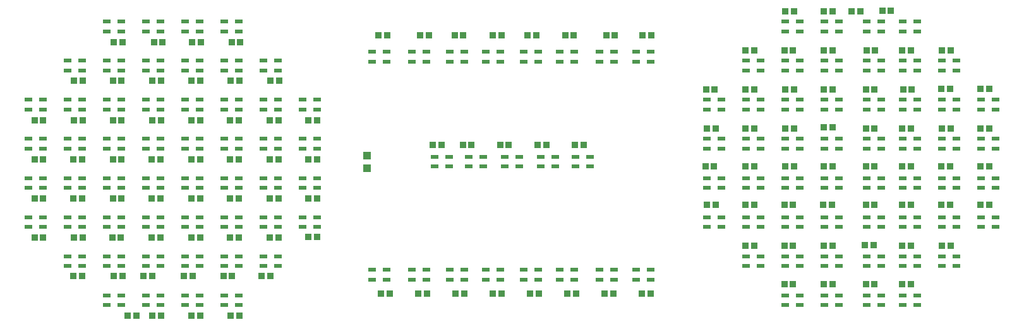
<source format=gbr>
G04 EAGLE Gerber RS-274X export*
G75*
%MOMM*%
%FSLAX34Y34*%
%LPD*%
%INSolderpaste Top*%
%IPPOS*%
%AMOC8*
5,1,8,0,0,1.08239X$1,22.5*%
G01*
%ADD10R,1.000000X0.600000*%
%ADD11R,1.000000X1.100000*%
%ADD12R,0.850000X0.900000*%


D10*
X264000Y415250D03*
X264000Y402250D03*
X283500Y402250D03*
X283500Y415250D03*
X54000Y362750D03*
X54000Y349750D03*
X73500Y349750D03*
X73500Y362750D03*
X211500Y415250D03*
X211500Y402250D03*
X231000Y402250D03*
X231000Y415250D03*
X159000Y415250D03*
X159000Y402250D03*
X178500Y402250D03*
X178500Y415250D03*
X106500Y415250D03*
X106500Y402250D03*
X126000Y402250D03*
X126000Y415250D03*
X316500Y362750D03*
X316500Y349750D03*
X336000Y349750D03*
X336000Y362750D03*
X264000Y362750D03*
X264000Y349750D03*
X283500Y349750D03*
X283500Y362750D03*
X211500Y362750D03*
X211500Y349750D03*
X231000Y349750D03*
X231000Y362750D03*
X159000Y362750D03*
X159000Y349750D03*
X178500Y349750D03*
X178500Y362750D03*
X106500Y362750D03*
X106500Y349750D03*
X126000Y349750D03*
X126000Y362750D03*
X369000Y310250D03*
X369000Y297250D03*
X388500Y297250D03*
X388500Y310250D03*
X316500Y310250D03*
X316500Y297250D03*
X336000Y297250D03*
X336000Y310250D03*
X264000Y310250D03*
X264000Y297250D03*
X283500Y297250D03*
X283500Y310250D03*
X211500Y310250D03*
X211500Y297250D03*
X231000Y297250D03*
X231000Y310250D03*
X159000Y310250D03*
X159000Y297250D03*
X178500Y297250D03*
X178500Y310250D03*
X106500Y310250D03*
X106500Y297250D03*
X126000Y297250D03*
X126000Y310250D03*
X54000Y310250D03*
X54000Y297250D03*
X73500Y297250D03*
X73500Y310250D03*
X1500Y310250D03*
X1500Y297250D03*
X21000Y297250D03*
X21000Y310250D03*
X369000Y257750D03*
X369000Y244750D03*
X388500Y244750D03*
X388500Y257750D03*
X316500Y257750D03*
X316500Y244750D03*
X336000Y244750D03*
X336000Y257750D03*
X264000Y257750D03*
X264000Y244750D03*
X283500Y244750D03*
X283500Y257750D03*
X211500Y257750D03*
X211500Y244750D03*
X231000Y244750D03*
X231000Y257750D03*
X159000Y257750D03*
X159000Y244750D03*
X178500Y244750D03*
X178500Y257750D03*
X106500Y257750D03*
X106500Y244750D03*
X126000Y244750D03*
X126000Y257750D03*
X54000Y257750D03*
X54000Y244750D03*
X73500Y244750D03*
X73500Y257750D03*
X1500Y257750D03*
X1500Y244750D03*
X21000Y244750D03*
X21000Y257750D03*
X369000Y205250D03*
X369000Y192250D03*
X388500Y192250D03*
X388500Y205250D03*
X316500Y205250D03*
X316500Y192250D03*
X336000Y192250D03*
X336000Y205250D03*
X264000Y205250D03*
X264000Y192250D03*
X283500Y192250D03*
X283500Y205250D03*
X211500Y205250D03*
X211500Y192250D03*
X231000Y192250D03*
X231000Y205250D03*
X159000Y205250D03*
X159000Y192250D03*
X178500Y192250D03*
X178500Y205250D03*
X106500Y205250D03*
X106500Y192250D03*
X126000Y192250D03*
X126000Y205250D03*
X54000Y205250D03*
X54000Y192250D03*
X73500Y192250D03*
X73500Y205250D03*
X1500Y205250D03*
X1500Y192250D03*
X21000Y192250D03*
X21000Y205250D03*
X369000Y152750D03*
X369000Y139750D03*
X388500Y139750D03*
X388500Y152750D03*
X316500Y152750D03*
X316500Y139750D03*
X336000Y139750D03*
X336000Y152750D03*
X264000Y152750D03*
X264000Y139750D03*
X283500Y139750D03*
X283500Y152750D03*
X211500Y152750D03*
X211500Y139750D03*
X231000Y139750D03*
X231000Y152750D03*
X159000Y152750D03*
X159000Y139750D03*
X178500Y139750D03*
X178500Y152750D03*
X106500Y152750D03*
X106500Y139750D03*
X126000Y139750D03*
X126000Y152750D03*
X54000Y152750D03*
X54000Y139750D03*
X73500Y139750D03*
X73500Y152750D03*
X1500Y152750D03*
X1500Y139750D03*
X21000Y139750D03*
X21000Y152750D03*
X316500Y100250D03*
X316500Y87250D03*
X336000Y87250D03*
X336000Y100250D03*
X264000Y100250D03*
X264000Y87250D03*
X283500Y87250D03*
X283500Y100250D03*
X211500Y100250D03*
X211500Y87250D03*
X231000Y87250D03*
X231000Y100250D03*
X159000Y100250D03*
X159000Y87250D03*
X178500Y87250D03*
X178500Y100250D03*
X106500Y100250D03*
X106500Y87250D03*
X126000Y87250D03*
X126000Y100250D03*
X54000Y100250D03*
X54000Y87250D03*
X73500Y87250D03*
X73500Y100250D03*
X264000Y47750D03*
X264000Y34750D03*
X283500Y34750D03*
X283500Y47750D03*
X211500Y47750D03*
X211500Y34750D03*
X231000Y34750D03*
X231000Y47750D03*
X159000Y47750D03*
X159000Y34750D03*
X178500Y34750D03*
X178500Y47750D03*
X106500Y47750D03*
X106500Y34750D03*
X126000Y34750D03*
X126000Y47750D03*
X481720Y68688D03*
X481720Y81688D03*
X462220Y81688D03*
X462220Y68688D03*
X535060Y68688D03*
X535060Y81688D03*
X515560Y81688D03*
X515560Y68688D03*
X585860Y68688D03*
X585860Y81688D03*
X566360Y81688D03*
X566360Y68688D03*
X634120Y68688D03*
X634120Y81688D03*
X614620Y81688D03*
X614620Y68688D03*
X684920Y68688D03*
X684920Y81688D03*
X665420Y81688D03*
X665420Y68688D03*
X733180Y68688D03*
X733180Y81688D03*
X713680Y81688D03*
X713680Y68688D03*
X786520Y68688D03*
X786520Y81688D03*
X767020Y81688D03*
X767020Y68688D03*
X836050Y68688D03*
X836050Y81688D03*
X816550Y81688D03*
X816550Y68688D03*
X735270Y233750D03*
X735270Y220750D03*
X754770Y220750D03*
X754770Y233750D03*
X688280Y233750D03*
X688280Y220750D03*
X707780Y220750D03*
X707780Y233750D03*
X640020Y233750D03*
X640020Y220750D03*
X659520Y220750D03*
X659520Y233750D03*
X591760Y233750D03*
X591760Y220750D03*
X611260Y220750D03*
X611260Y233750D03*
X546040Y233750D03*
X546040Y220750D03*
X565540Y220750D03*
X565540Y233750D03*
X481720Y361750D03*
X481720Y374750D03*
X462220Y374750D03*
X462220Y361750D03*
X535060Y361750D03*
X535060Y374750D03*
X515560Y374750D03*
X515560Y361750D03*
X585860Y361750D03*
X585860Y374750D03*
X566360Y374750D03*
X566360Y361750D03*
X634120Y361750D03*
X634120Y374750D03*
X614620Y374750D03*
X614620Y361750D03*
X684920Y361750D03*
X684920Y374750D03*
X665420Y374750D03*
X665420Y361750D03*
X733180Y361750D03*
X733180Y374750D03*
X713680Y374750D03*
X713680Y361750D03*
X786520Y361750D03*
X786520Y374750D03*
X767020Y374750D03*
X767020Y361750D03*
X836050Y361750D03*
X836050Y374750D03*
X816550Y374750D03*
X816550Y361750D03*
X1036000Y402250D03*
X1036000Y415250D03*
X1016500Y415250D03*
X1016500Y402250D03*
X1088500Y402250D03*
X1088500Y415250D03*
X1069000Y415250D03*
X1069000Y402250D03*
X1144550Y402250D03*
X1144550Y415250D03*
X1125050Y415250D03*
X1125050Y402250D03*
X1193500Y402250D03*
X1193500Y415250D03*
X1174000Y415250D03*
X1174000Y402250D03*
X983500Y349750D03*
X983500Y362750D03*
X964000Y362750D03*
X964000Y349750D03*
X1036000Y349750D03*
X1036000Y362750D03*
X1016500Y362750D03*
X1016500Y349750D03*
X1088500Y349750D03*
X1088500Y362750D03*
X1069000Y362750D03*
X1069000Y349750D03*
X1144550Y349750D03*
X1144550Y362750D03*
X1125050Y362750D03*
X1125050Y349750D03*
X1193500Y349750D03*
X1193500Y362750D03*
X1174000Y362750D03*
X1174000Y349750D03*
X1246000Y349750D03*
X1246000Y362750D03*
X1226500Y362750D03*
X1226500Y349750D03*
X931000Y297250D03*
X931000Y310250D03*
X911500Y310250D03*
X911500Y297250D03*
X983500Y297250D03*
X983500Y310250D03*
X964000Y310250D03*
X964000Y297250D03*
X1036000Y297250D03*
X1036000Y310250D03*
X1016500Y310250D03*
X1016500Y297250D03*
X1088500Y297250D03*
X1088500Y310250D03*
X1069000Y310250D03*
X1069000Y297250D03*
X1144550Y297250D03*
X1144550Y310250D03*
X1125050Y310250D03*
X1125050Y297250D03*
X1193500Y297250D03*
X1193500Y310250D03*
X1174000Y310250D03*
X1174000Y297250D03*
X1246000Y297250D03*
X1246000Y310250D03*
X1226500Y310250D03*
X1226500Y297250D03*
X1298500Y297250D03*
X1298500Y310250D03*
X1279000Y310250D03*
X1279000Y297250D03*
X931000Y244750D03*
X931000Y257750D03*
X911500Y257750D03*
X911500Y244750D03*
X983500Y244750D03*
X983500Y257750D03*
X964000Y257750D03*
X964000Y244750D03*
X1036000Y244750D03*
X1036000Y257750D03*
X1016500Y257750D03*
X1016500Y244750D03*
X1088500Y244750D03*
X1088500Y257750D03*
X1069000Y257750D03*
X1069000Y244750D03*
X1144550Y244750D03*
X1144550Y257750D03*
X1125050Y257750D03*
X1125050Y244750D03*
X1193500Y244750D03*
X1193500Y257750D03*
X1174000Y257750D03*
X1174000Y244750D03*
X1246000Y244750D03*
X1246000Y257750D03*
X1226500Y257750D03*
X1226500Y244750D03*
X1298500Y244750D03*
X1298500Y257750D03*
X1279000Y257750D03*
X1279000Y244750D03*
X931000Y192250D03*
X931000Y205250D03*
X911500Y205250D03*
X911500Y192250D03*
X983500Y192250D03*
X983500Y205250D03*
X964000Y205250D03*
X964000Y192250D03*
X1036000Y192250D03*
X1036000Y205250D03*
X1016500Y205250D03*
X1016500Y192250D03*
X1088500Y192250D03*
X1088500Y205250D03*
X1069000Y205250D03*
X1069000Y192250D03*
X1144550Y192250D03*
X1144550Y205250D03*
X1125050Y205250D03*
X1125050Y192250D03*
X1193500Y192250D03*
X1193500Y205250D03*
X1174000Y205250D03*
X1174000Y192250D03*
X1246000Y192250D03*
X1246000Y205250D03*
X1226500Y205250D03*
X1226500Y192250D03*
X1298500Y192250D03*
X1298500Y205250D03*
X1279000Y205250D03*
X1279000Y192250D03*
X931000Y139750D03*
X931000Y152750D03*
X911500Y152750D03*
X911500Y139750D03*
X983500Y139750D03*
X983500Y152750D03*
X964000Y152750D03*
X964000Y139750D03*
X1036000Y139750D03*
X1036000Y152750D03*
X1016500Y152750D03*
X1016500Y139750D03*
X1088500Y139750D03*
X1088500Y152750D03*
X1069000Y152750D03*
X1069000Y139750D03*
X1144550Y139750D03*
X1144550Y152750D03*
X1125050Y152750D03*
X1125050Y139750D03*
X1193500Y139750D03*
X1193500Y152750D03*
X1174000Y152750D03*
X1174000Y139750D03*
X1246000Y139750D03*
X1246000Y152750D03*
X1226500Y152750D03*
X1226500Y139750D03*
X1298500Y139750D03*
X1298500Y152750D03*
X1279000Y152750D03*
X1279000Y139750D03*
X983500Y87250D03*
X983500Y100250D03*
X964000Y100250D03*
X964000Y87250D03*
X1036000Y87250D03*
X1036000Y100250D03*
X1016500Y100250D03*
X1016500Y87250D03*
X1088500Y87250D03*
X1088500Y100250D03*
X1069000Y100250D03*
X1069000Y87250D03*
X1144550Y87250D03*
X1144550Y100250D03*
X1125050Y100250D03*
X1125050Y87250D03*
X1193500Y87250D03*
X1193500Y100250D03*
X1174000Y100250D03*
X1174000Y87250D03*
X1246000Y87250D03*
X1246000Y100250D03*
X1226500Y100250D03*
X1226500Y87250D03*
X1036000Y34750D03*
X1036000Y47750D03*
X1016500Y47750D03*
X1016500Y34750D03*
X1088500Y34750D03*
X1088500Y47750D03*
X1069000Y47750D03*
X1069000Y34750D03*
X1144550Y34750D03*
X1144550Y47750D03*
X1125050Y47750D03*
X1125050Y34750D03*
X1193500Y34750D03*
X1193500Y47750D03*
X1174000Y47750D03*
X1174000Y34750D03*
D11*
X456000Y218500D03*
X456000Y235500D03*
D12*
X285800Y388000D03*
X274200Y388000D03*
X232800Y388000D03*
X221200Y388000D03*
X181800Y388000D03*
X170200Y388000D03*
X127800Y388000D03*
X116200Y388000D03*
X273200Y336000D03*
X284800Y336000D03*
X220200Y336000D03*
X231800Y336000D03*
X168200Y336000D03*
X179800Y336000D03*
X115200Y336000D03*
X126800Y336000D03*
X63200Y336000D03*
X74800Y336000D03*
X326200Y336000D03*
X337800Y336000D03*
X377200Y283000D03*
X388800Y283000D03*
X325200Y283000D03*
X336800Y283000D03*
X272200Y283000D03*
X283800Y283000D03*
X220200Y283000D03*
X231800Y283000D03*
X168200Y283000D03*
X179800Y283000D03*
X115200Y283000D03*
X126800Y283000D03*
X63200Y283000D03*
X74800Y283000D03*
X10200Y283000D03*
X21800Y283000D03*
X10200Y230000D03*
X21800Y230000D03*
X62200Y230000D03*
X73800Y230000D03*
X377200Y230000D03*
X388800Y230000D03*
X325200Y230000D03*
X336800Y230000D03*
X272200Y230000D03*
X283800Y230000D03*
X220200Y230000D03*
X231800Y230000D03*
X167200Y230000D03*
X178800Y230000D03*
X115200Y230000D03*
X126800Y230000D03*
X10200Y178000D03*
X21800Y178000D03*
X62200Y178000D03*
X73800Y178000D03*
X377200Y178000D03*
X388800Y178000D03*
X325200Y178000D03*
X336800Y178000D03*
X272200Y178000D03*
X283800Y178000D03*
X220200Y178000D03*
X231800Y178000D03*
X167200Y178000D03*
X178800Y178000D03*
X115200Y178000D03*
X126800Y178000D03*
X10200Y125000D03*
X21800Y125000D03*
X63200Y125000D03*
X74800Y125000D03*
X377200Y126000D03*
X388800Y126000D03*
X325200Y125000D03*
X336800Y125000D03*
X272200Y125000D03*
X283800Y125000D03*
X220200Y125000D03*
X231800Y125000D03*
X167200Y125000D03*
X178800Y125000D03*
X114200Y125000D03*
X125800Y125000D03*
X62200Y74000D03*
X73800Y74000D03*
X325800Y74000D03*
X314200Y74000D03*
X274800Y74000D03*
X263200Y74000D03*
X221800Y74000D03*
X210200Y74000D03*
X167800Y74000D03*
X156200Y74000D03*
X116200Y74000D03*
X127800Y74000D03*
X273200Y20000D03*
X284800Y20000D03*
X220200Y20000D03*
X231800Y20000D03*
X168200Y20000D03*
X179800Y20000D03*
X135200Y20000D03*
X146800Y20000D03*
X471200Y397000D03*
X482800Y397000D03*
X527200Y397000D03*
X538800Y397000D03*
X573200Y397000D03*
X584800Y397000D03*
X624200Y397000D03*
X635800Y397000D03*
X671200Y397000D03*
X682800Y397000D03*
X721200Y397000D03*
X732800Y397000D03*
X776200Y397000D03*
X787800Y397000D03*
X825200Y397000D03*
X836800Y397000D03*
X645800Y250000D03*
X634200Y250000D03*
X595800Y250000D03*
X584200Y250000D03*
X555800Y250000D03*
X544200Y250000D03*
X695800Y250000D03*
X684200Y250000D03*
X745800Y250000D03*
X734200Y250000D03*
X474200Y50000D03*
X485800Y50000D03*
X524200Y50000D03*
X535800Y50000D03*
X574200Y50000D03*
X585800Y50000D03*
X624200Y50000D03*
X635800Y50000D03*
X674200Y50000D03*
X685800Y50000D03*
X724200Y50000D03*
X735800Y50000D03*
X774200Y50000D03*
X785800Y50000D03*
X824200Y50000D03*
X835800Y50000D03*
X1027800Y429000D03*
X1016200Y429000D03*
X1079800Y429000D03*
X1068200Y429000D03*
X1116800Y429000D03*
X1105200Y429000D03*
X1157800Y430000D03*
X1146200Y430000D03*
X974800Y377000D03*
X963200Y377000D03*
X1026800Y377000D03*
X1015200Y377000D03*
X1079800Y377000D03*
X1068200Y377000D03*
X1136800Y377000D03*
X1125200Y377000D03*
X1184800Y377000D03*
X1173200Y377000D03*
X1237800Y377000D03*
X1226200Y377000D03*
X921800Y324000D03*
X910200Y324000D03*
X974800Y324000D03*
X963200Y324000D03*
X1027800Y324000D03*
X1016200Y324000D03*
X1079800Y324000D03*
X1068200Y324000D03*
X1135800Y324000D03*
X1124200Y324000D03*
X1185800Y324000D03*
X1174200Y324000D03*
X1236800Y325000D03*
X1225200Y325000D03*
X1289800Y325000D03*
X1278200Y325000D03*
X922800Y272000D03*
X911200Y272000D03*
X974800Y272000D03*
X963200Y272000D03*
X1027800Y272000D03*
X1016200Y272000D03*
X1079800Y273000D03*
X1068200Y273000D03*
X1135800Y272000D03*
X1124200Y272000D03*
X1184800Y272000D03*
X1173200Y272000D03*
X1237800Y272000D03*
X1226200Y272000D03*
X1289800Y272000D03*
X1278200Y272000D03*
X920800Y221000D03*
X909200Y221000D03*
X974800Y221000D03*
X963200Y221000D03*
X1027800Y221000D03*
X1016200Y221000D03*
X1079800Y221000D03*
X1068200Y221000D03*
X1135800Y221000D03*
X1124200Y221000D03*
X1184800Y221000D03*
X1173200Y221000D03*
X1236800Y221000D03*
X1225200Y221000D03*
X1289800Y221000D03*
X1278200Y221000D03*
X922800Y169000D03*
X911200Y169000D03*
X974800Y169000D03*
X963200Y169000D03*
X1026800Y169000D03*
X1015200Y169000D03*
X1078800Y169000D03*
X1067200Y169000D03*
X1135800Y169000D03*
X1124200Y169000D03*
X1184800Y169000D03*
X1173200Y169000D03*
X1236800Y169000D03*
X1225200Y169000D03*
X1289800Y169000D03*
X1278200Y169000D03*
X974800Y114000D03*
X963200Y114000D03*
X1026800Y114000D03*
X1015200Y114000D03*
X1079800Y114000D03*
X1068200Y114000D03*
X1134800Y115000D03*
X1123200Y115000D03*
X1184800Y114000D03*
X1173200Y114000D03*
X1237800Y114000D03*
X1226200Y114000D03*
X1026800Y63000D03*
X1015200Y63000D03*
X1079800Y63000D03*
X1068200Y63000D03*
X1135800Y63000D03*
X1124200Y63000D03*
X1184800Y63000D03*
X1173200Y63000D03*
M02*

</source>
